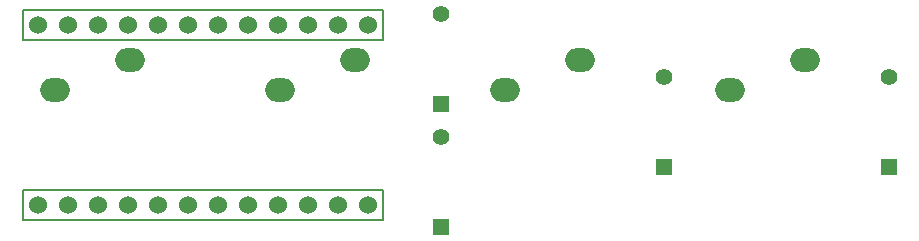
<source format=gto>
G04 #@! TF.GenerationSoftware,KiCad,Pcbnew,(7.0.0)*
G04 #@! TF.CreationDate,2023-03-28T15:00:26+09:00*
G04 #@! TF.ProjectId,kosame4,6b6f7361-6d65-4342-9e6b-696361645f70,rev?*
G04 #@! TF.SameCoordinates,Original*
G04 #@! TF.FileFunction,Legend,Top*
G04 #@! TF.FilePolarity,Positive*
%FSLAX46Y46*%
G04 Gerber Fmt 4.6, Leading zero omitted, Abs format (unit mm)*
G04 Created by KiCad (PCBNEW (7.0.0)) date 2023-03-28 15:00:26*
%MOMM*%
%LPD*%
G01*
G04 APERTURE LIST*
%ADD10C,0.150000*%
%ADD11O,2.500000X2.000000*%
%ADD12R,1.397000X1.397000*%
%ADD13C,1.397000*%
%ADD14C,1.524000*%
G04 APERTURE END LIST*
D10*
X33972500Y-41797200D02*
X33972500Y-39257200D01*
X64452500Y-41797200D02*
X33972500Y-41797200D01*
X33972500Y-39257200D02*
X64452500Y-39257200D01*
X64452500Y-39257200D02*
X64452500Y-41797200D01*
X33972500Y-26577200D02*
X33972500Y-24037200D01*
X64452500Y-26577200D02*
X33972500Y-26577200D01*
X33972500Y-24037200D02*
X64452500Y-24037200D01*
X64452500Y-24037200D02*
X64452500Y-26577200D01*
D11*
X36671299Y-30797499D03*
X43021299Y-28257499D03*
D12*
X69341999Y-32006999D03*
D13*
X69342000Y-24387000D03*
D14*
X35242500Y-25307200D03*
X37782500Y-25307200D03*
X40322500Y-25307200D03*
X42862500Y-25307200D03*
X45402500Y-25307200D03*
X47942500Y-25307200D03*
X50482500Y-25307200D03*
X53022500Y-25307200D03*
X55562500Y-25307200D03*
X58102500Y-25307200D03*
X60642500Y-25307200D03*
X63182500Y-25307200D03*
X63182500Y-40527200D03*
X60642500Y-40527200D03*
X58102500Y-40527200D03*
X55562500Y-40527200D03*
X53022500Y-40527200D03*
X50482500Y-40527200D03*
X47942500Y-40527200D03*
X45402500Y-40527200D03*
X42862500Y-40527200D03*
X40322500Y-40527200D03*
X37782500Y-40527200D03*
X35242500Y-40527200D03*
D11*
X55721299Y-30797499D03*
X62071299Y-28257499D03*
X74771299Y-30797499D03*
X81121299Y-28257499D03*
D12*
X107314999Y-37334999D03*
D13*
X107315000Y-29715000D03*
D12*
X69341999Y-42417999D03*
D13*
X69342000Y-34798000D03*
D12*
X88264999Y-37334999D03*
D13*
X88265000Y-29715000D03*
D11*
X93821299Y-30797499D03*
X100171299Y-28257499D03*
M02*

</source>
